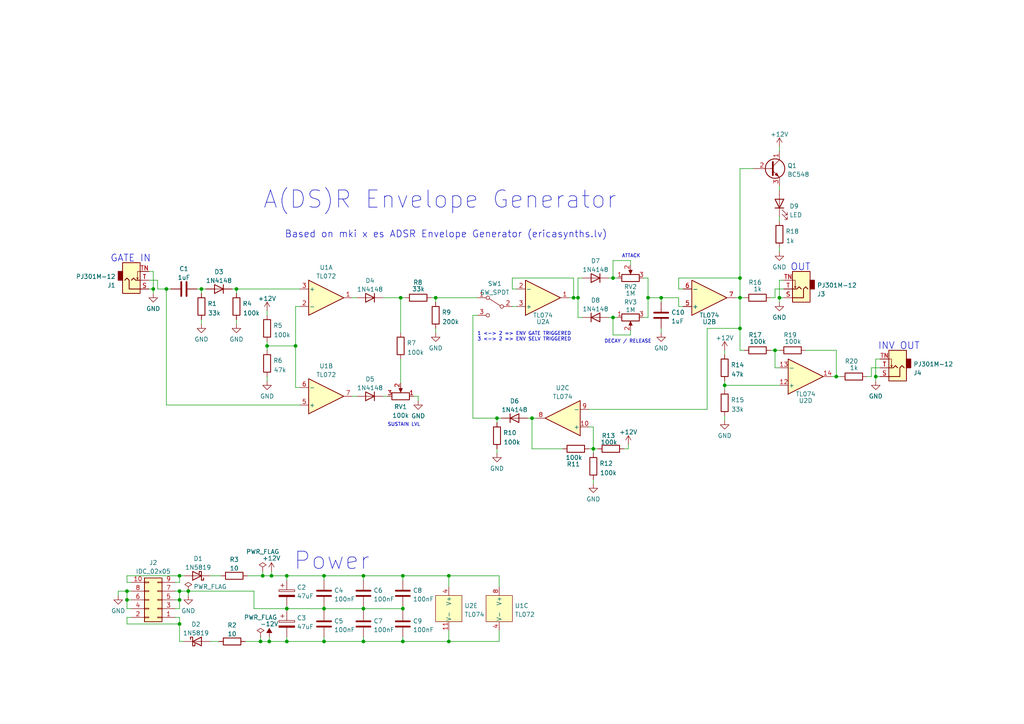
<source format=kicad_sch>
(kicad_sch (version 20211123) (generator eeschema)
  (paper "A4")
  (title_block (title "RW_EM_A(DS)R_EG_A") (date "2022-10-19") (rev "2022-10-19") (comment 1 "Licensed under CERN-OHL-S v2+"))
  (lib_symbols
    (symbol "Connector_Generic:Conn_02x05_Odd_Even" (pin_names (offset 1.016) hide)
      (property "Reference" "J" (at 1.27 7.62 0))
      (property "Value" "Conn_02x05_Odd_Even" (at 1.27 -7.62 0))
      (symbol "Conn_02x05_Odd_Even_1_1"
        (rectangle (start -1.27 -4.953) (end 0 -5.207) (stroke (width 0.1524)))
        (rectangle (start -1.27 -2.413) (end 0 -2.667) (stroke (width 0.1524)))
        (rectangle (start -1.27 0.127) (end 0 -0.127) (stroke (width 0.1524)))
        (rectangle (start -1.27 2.667) (end 0 2.413) (stroke (width 0.1524)))
        (rectangle (start -1.27 5.207) (end 0 4.953) (stroke (width 0.1524)))
        (rectangle (start -1.27 6.35) (end 3.81 -6.35) (stroke (width 0.254)) (fill (type background)))
        (rectangle (start 3.81 -4.953) (end 2.54 -5.207) (stroke (width 0.1524)))
        (rectangle (start 3.81 -2.413) (end 2.54 -2.667) (stroke (width 0.1524)))
        (rectangle (start 3.81 0.127) (end 2.54 -0.127) (stroke (width 0.1524)))
        (rectangle (start 3.81 2.667) (end 2.54 2.413) (stroke (width 0.1524)))
        (rectangle (start 3.81 5.207) (end 2.54 4.953) (stroke (width 0.1524)))
        (pin passive line (at -5.08 5.08 0) (length 3.81) (name "Pin_1") (number "1"))
        (pin passive line (at 7.62 -5.08 180) (length 3.81) (name "Pin_10") (number "10"))
        (pin passive line (at 7.62 5.08 180) (length 3.81) (name "Pin_2") (number "2"))
        (pin passive line (at -5.08 2.54 0) (length 3.81) (name "Pin_3") (number "3"))
        (pin passive line (at 7.62 2.54 180) (length 3.81) (name "Pin_4") (number "4"))
        (pin passive line (at -5.08 0 0) (length 3.81) (name "Pin_5") (number "5"))
        (pin passive line (at 7.62 0 180) (length 3.81) (name "Pin_6") (number "6"))
        (pin passive line (at -5.08 -2.54 0) (length 3.81) (name "Pin_7") (number "7"))
        (pin passive line (at 7.62 -2.54 180) (length 3.81) (name "Pin_8") (number "8"))
        (pin passive line (at -5.08 -5.08 0) (length 3.81) (name "Pin_9") (number "9"))
      )
    )
    (symbol "Device:C" (pin_numbers hide) (pin_names (offset 0.254))
      (property "Reference" "C" (at 0.635 2.54 0))
      (property "Value" "C" (at 0.635 -2.54 0))
      (symbol "C_0_1"
        (polyline (pts (xy -2.032 -0.762) (xy 2.032 -0.762)) (stroke (width 0.508)))
        (polyline (pts (xy -2.032 0.762) (xy 2.032 0.762)) (stroke (width 0.508)))
      )
      (symbol "C_1_1"
        (pin passive line (at 0 3.81 270) (length 2.794) (name "~") (number "1"))
        (pin passive line (at 0 -3.81 90) (length 2.794) (name "~") (number "2"))
      )
    )
    (symbol "Device:C_Polarized" (pin_numbers hide) (pin_names (offset 0.254))
      (property "Reference" "C" (at 0.635 2.54 0))
      (property "Value" "C_Polarized" (at 0.635 -2.54 0))
      (symbol "C_Polarized_0_1"
        (rectangle (start -2.286 0.508) (end 2.286 1.016))
        (polyline (pts (xy -1.778 2.286) (xy -0.762 2.286)))
        (polyline (pts (xy -1.27 2.794) (xy -1.27 1.778)))
        (rectangle (start 2.286 -0.508) (end -2.286 -1.016) (fill (type outline)))
      )
      (symbol "C_Polarized_1_1"
        (pin passive line (at 0 3.81 270) (length 2.794) (name "~") (number "1"))
        (pin passive line (at 0 -3.81 90) (length 2.794) (name "~") (number "2"))
      )
    )
    (symbol "Device:LED" (pin_numbers hide) (pin_names (offset 1.016) hide)
      (property "Reference" "D" (at 0 2.54 0))
      (property "Value" "LED" (at 0 -2.54 0))
      (symbol "LED_0_1"
        (polyline (pts (xy -1.27 -1.27) (xy -1.27 1.27)) (stroke (width 0.254)))
        (polyline (pts (xy -1.27 0) (xy 1.27 0)))
        (polyline (pts (xy 1.27 -1.27) (xy 1.27 1.27) (xy -1.27 0) (xy 1.27 -1.27)) (stroke (width 0.254)))
        (polyline (pts (xy -3.048 -0.762) (xy -4.572 -2.286) (xy -3.81 -2.286) (xy -4.572 -2.286) (xy -4.572 -1.524)))
        (polyline (pts (xy -1.778 -0.762) (xy -3.302 -2.286) (xy -2.54 -2.286) (xy -3.302 -2.286) (xy -3.302 -1.524)))
      )
      (symbol "LED_1_1"
        (pin passive line (at -3.81 0 0) (length 2.54) (name "K") (number "1"))
        (pin passive line (at 3.81 0 180) (length 2.54) (name "A") (number "2"))
      )
    )
    (symbol "Device:R" (pin_numbers hide) (pin_names (offset 0))
      (property "Reference" "R" (at 2.032 0 90))
      (property "Value" "R" (at 0 0 90))
      (symbol "R_0_1"
        (rectangle (start -1.016 -2.54) (end 1.016 2.54) (stroke (width 0.254)))
      )
      (symbol "R_1_1"
        (pin passive line (at 0 3.81 270) (length 1.27) (name "~") (number "1"))
        (pin passive line (at 0 -3.81 90) (length 1.27) (name "~") (number "2"))
      )
    )
    (symbol "Device:R_Potentiometer" (pin_names (offset 1.016) hide)
      (property "Reference" "RV" (at -4.445 0 90))
      (property "Value" "R_Potentiometer" (at -2.54 0 90))
      (symbol "R_Potentiometer_0_1"
        (polyline (pts (xy 2.54 0) (xy 1.524 0)))
        (polyline (pts (xy 1.143 0) (xy 2.286 0.508) (xy 2.286 -0.508) (xy 1.143 0)) (fill (type outline)))
        (rectangle (start 1.016 2.54) (end -1.016 -2.54) (stroke (width 0.254)))
      )
      (symbol "R_Potentiometer_1_1"
        (pin passive line (at 0 3.81 270) (length 1.27) (name "1") (number "1"))
        (pin passive line (at 3.81 0 180) (length 1.27) (name "2") (number "2"))
        (pin passive line (at 0 -3.81 90) (length 1.27) (name "3") (number "3"))
      )
    )
    (symbol "Diode:1N4148" (pin_numbers hide) (pin_names (offset 1.016) hide)
      (property "Reference" "D" (at 0 2.54 0))
      (property "Value" "1N4148" (at 0 -2.54 0))
      (symbol "1N4148_0_1"
        (polyline (pts (xy -1.27 1.27) (xy -1.27 -1.27)) (stroke (width 0.254)))
        (polyline (pts (xy 1.27 0) (xy -1.27 0)))
        (polyline (pts (xy 1.27 1.27) (xy 1.27 -1.27) (xy -1.27 0) (xy 1.27 1.27)) (stroke (width 0.254)))
      )
      (symbol "1N4148_1_1"
        (pin passive line (at -3.81 0 0) (length 2.54) (name "K") (number "1"))
        (pin passive line (at 3.81 0 180) (length 2.54) (name "A") (number "2"))
      )
    )
    (symbol "Diode:1N5819" (pin_numbers hide) (pin_names (offset 1.016) hide)
      (property "Reference" "D" (at 0 2.54 0))
      (property "Value" "1N5819" (at 0 -2.54 0))
      (symbol "1N5819_0_1"
        (polyline (pts (xy 1.27 0) (xy -1.27 0)))
        (polyline (pts (xy 1.27 1.27) (xy 1.27 -1.27) (xy -1.27 0) (xy 1.27 1.27)) (stroke (width 0.254)))
        (polyline (pts (xy -1.905 0.635) (xy -1.905 1.27) (xy -1.27 1.27) (xy -1.27 -1.27) (xy -0.635 -1.27) (xy -0.635 -0.635)) (stroke (width 0.254)))
      )
      (symbol "1N5819_1_1"
        (pin passive line (at -3.81 0 0) (length 2.54) (name "K") (number "1"))
        (pin passive line (at 3.81 0 180) (length 2.54) (name "A") (number "2"))
      )
    )
    (symbol "RW_EurorackModular:PJ301M-12"
      (property "Reference" "J" (at 0 8.89 0))
      (property "Value" "PJ301M-12" (at 0 6.35 0))
      (symbol "PJ301M-12_0_1"
        (rectangle (start -2.54 0) (end -3.81 -2.54) (stroke (width 0.254)) (fill (type outline)))
        (polyline (pts (xy 1.778 -0.254) (xy 2.032 -0.762)))
        (polyline (pts (xy 0 0) (xy 0.635 -0.635) (xy 1.27 0) (xy 2.54 0)) (stroke (width 0.254)))
        (polyline (pts (xy 2.54 -2.54) (xy 1.778 -2.54) (xy 1.778 -0.254) (xy 1.524 -0.762)))
        (polyline (pts (xy 2.54 2.54) (xy -0.635 2.54) (xy -0.635 0) (xy -1.27 -0.635) (xy -1.905 0)) (stroke (width 0.254)))
        (rectangle (start 2.54 3.81) (end -2.54 -5.08) (stroke (width 0.254)) (fill (type background)))
      )
      (symbol "PJ301M-12_1_1"
        (pin passive line (at 5.08 2.54 180) (length 2.54) (name "~") (number "S"))
        (pin passive line (at 5.08 0 180) (length 2.54) (name "~") (number "T"))
        (pin passive line (at 5.08 -2.54 180) (length 2.54) (name "~") (number "TN"))
      )
    )
    (symbol "RW_EurorackModular:TL072" (pin_names (offset 0.127))
      (property "Reference" "U" (at 0 5.08 0))
      (property "Value" "TL072" (at 0 -5.08 0))
      (symbol "TL072_1_1"
        (polyline (pts (xy -5.08 5.08) (xy 5.08 0) (xy -5.08 -5.08) (xy -5.08 5.08)) (stroke (width 0.254)) (fill (type background)))
        (pin output line (at 7.62 0 180) (length 2.54) (name "~") (number "1"))
        (pin input line (at -7.62 -2.54 0) (length 2.54) (name "-") (number "2"))
        (pin input line (at -7.62 2.54 0) (length 2.54) (name "+") (number "3"))
      )
      (symbol "TL072_2_1"
        (polyline (pts (xy -5.08 5.08) (xy 5.08 0) (xy -5.08 -5.08) (xy -5.08 5.08)) (stroke (width 0.254)) (fill (type background)))
        (pin input line (at -7.62 2.54 0) (length 2.54) (name "+") (number "5"))
        (pin input line (at -7.62 -2.54 0) (length 2.54) (name "-") (number "6"))
        (pin output line (at 7.62 0 180) (length 2.54) (name "~") (number "7"))
      )
      (symbol "TL072_3_1"
        (rectangle (start -6.35 3.81) (end 1.27 -3.81) (stroke (width 0.1524)) (fill (type background)))
        (pin power_in line (at -2.54 -6.35 90) (length 2.54) (name "V-") (number "4"))
        (pin power_in line (at -2.54 6.35 270) (length 2.54) (name "V+") (number "8"))
      )
    )
    (symbol "RW_EurorackModular:TL074" (pin_names (offset 0.127))
      (property "Reference" "U" (at 0 5.08 0))
      (property "Value" "TL074" (at 0 -5.08 0))
      (symbol "TL074_1_1"
        (polyline (pts (xy -5.08 5.08) (xy 5.08 0) (xy -5.08 -5.08) (xy -5.08 5.08)) (stroke (width 0.254)) (fill (type background)))
        (pin output line (at 7.62 0 180) (length 2.54) (name "~") (number "1"))
        (pin input line (at -7.62 -2.54 0) (length 2.54) (name "-") (number "2"))
        (pin input line (at -7.62 2.54 0) (length 2.54) (name "+") (number "3"))
      )
      (symbol "TL074_2_1"
        (polyline (pts (xy -5.08 5.08) (xy 5.08 0) (xy -5.08 -5.08) (xy -5.08 5.08)) (stroke (width 0.254)) (fill (type background)))
        (pin input line (at -7.62 2.54 0) (length 2.54) (name "+") (number "5"))
        (pin input line (at -7.62 -2.54 0) (length 2.54) (name "-") (number "6"))
        (pin output line (at 7.62 0 180) (length 2.54) (name "~") (number "7"))
      )
      (symbol "TL074_3_1"
        (polyline (pts (xy -5.08 5.08) (xy 5.08 0) (xy -5.08 -5.08) (xy -5.08 5.08)) (stroke (width 0.254)) (fill (type background)))
        (pin input line (at -7.62 2.54 0) (length 2.54) (name "+") (number "10"))
        (pin output line (at 7.62 0 180) (length 2.54) (name "~") (number "8"))
        (pin input line (at -7.62 -2.54 0) (length 2.54) (name "-") (number "9"))
      )
      (symbol "TL074_4_1"
        (polyline (pts (xy -5.08 5.08) (xy 5.08 0) (xy -5.08 -5.08) (xy -5.08 5.08)) (stroke (width 0.254)) (fill (type background)))
        (pin input line (at -7.62 2.54 0) (length 2.54) (name "+") (number "12"))
        (pin input line (at -7.62 -2.54 0) (length 2.54) (name "-") (number "13"))
        (pin output line (at 7.62 0 180) (length 2.54) (name "~") (number "14"))
      )
      (symbol "TL074_5_1"
        (rectangle (start -3.81 3.81) (end 3.81 -3.81) (stroke (width 0.1524)) (fill (type background)))
        (pin power_in line (at 0 -6.35 90) (length 2.54) (name "V-") (number "11"))
        (pin power_in line (at 0 6.35 270) (length 2.54) (name "V+") (number "4"))
      )
    )
    (symbol "Switch:SW_SPDT" (pin_names (offset 0) hide)
      (property "Reference" "SW" (at 0 4.318 0))
      (property "Value" "SW_SPDT" (at 0 -5.08 0))
      (symbol "SW_SPDT_0_0"
        (circle (center -2.032 0) (radius 0.508))
        (circle (center 2.032 -2.54) (radius 0.508))
      )
      (symbol "SW_SPDT_0_1"
        (polyline (pts (xy -1.524 0.254) (xy 1.651 2.286)))
        (circle (center 2.032 2.54) (radius 0.508))
      )
      (symbol "SW_SPDT_1_1"
        (pin passive line (at 5.08 2.54 180) (length 2.54) (name "A") (number "1"))
        (pin passive line (at -5.08 0 0) (length 2.54) (name "B") (number "2"))
        (pin passive line (at 5.08 -2.54 180) (length 2.54) (name "C") (number "3"))
      )
    )
    (symbol "Transistor_BJT:BC548" (pin_names (offset 0) hide)
      (property "Reference" "Q" (at 5.08 1.905 0))
      (property "Value" "BC548" (at 5.08 0 0))
      (symbol "BC548_0_1"
        (polyline (pts (xy 0 0) (xy 0.635 0)))
        (polyline (pts (xy 0.635 0.635) (xy 2.54 2.54)))
        (polyline (pts (xy 0.635 -0.635) (xy 2.54 -2.54) (xy 2.54 -2.54)))
        (polyline (pts (xy 0.635 1.905) (xy 0.635 -1.905) (xy 0.635 -1.905)) (stroke (width 0.508)))
        (polyline (pts (xy 1.27 -1.778) (xy 1.778 -1.27) (xy 2.286 -2.286) (xy 1.27 -1.778) (xy 1.27 -1.778)) (fill (type outline)))
        (circle (center 1.27 0) (radius 2.8194) (stroke (width 0.254)))
      )
      (symbol "BC548_1_1"
        (pin passive line (at 2.54 5.08 270) (length 2.54) (name "C") (number "1"))
        (pin input line (at -5.08 0 0) (length 5.08) (name "B") (number "2"))
        (pin passive line (at 2.54 -5.08 90) (length 2.54) (name "E") (number "3"))
      )
    )
    (symbol "power:+12V" (power) (pin_names (offset 0))
      (property "Value" "+12V" (at 0 3.556 0))
      (symbol "+12V_0_1"
        (polyline (pts (xy -0.762 1.27) (xy 0 2.54)))
        (polyline (pts (xy 0 0) (xy 0 2.54)))
        (polyline (pts (xy 0 2.54) (xy 0.762 1.27)))
      )
      (symbol "+12V_1_1"
        (pin power_in line (at 0 0 90) (length 0) hide (name "+12V") (number "1"))
      )
    )
    (symbol "power:-12V" (power) (pin_names (offset 0))
      (property "Value" "-12V" (at 0 3.81 0))
      (symbol "-12V_0_0"
        (pin power_in line (at 0 0 90) (length 0) hide (name "-12V") (number "1"))
      )
      (symbol "-12V_0_1"
        (polyline (pts (xy 0 0) (xy 0 1.27) (xy 0.762 1.27) (xy 0 2.54) (xy -0.762 1.27) (xy 0 1.27)) (fill (type outline)))
      )
    )
    (symbol "power:GND" (power) (pin_names (offset 0))
      (property "Value" "GND" (at 0 -3.81 0))
      (symbol "GND_0_1"
        (polyline (pts (xy 0 0) (xy 0 -1.27) (xy 1.27 -1.27) (xy 0 -2.54) (xy -1.27 -1.27) (xy 0 -1.27)))
      )
      (symbol "GND_1_1"
        (pin power_in line (at 0 0 270) (length 0) hide (name "GND") (number "1"))
      )
    )
    (symbol "power:PWR_FLAG" (power) (pin_numbers hide) (pin_names (offset 0) hide)
      (property "Value" "PWR_FLAG" (at 0 3.81 0))
      (symbol "PWR_FLAG_0_0"
        (pin power_out line (at 0 0 90) (length 0) (name "pwr") (number "1"))
      )
      (symbol "PWR_FLAG_0_1"
        (polyline (pts (xy 0 0) (xy 0 1.27) (xy -1.016 1.905) (xy 0 2.54) (xy 1.016 1.905) (xy 0 1.27)))
      )
    )
  )
  (junction (at 224.79 101.6))
  (junction (at 83.185 167.005))
  (junction (at 166.37 86.36))
  (junction (at 78.74 167.005))
  (junction (at 77.47 100.33))
  (junction (at 214.63 95.25))
  (junction (at 36.83 171.45))
  (junction (at 191.77 86.36))
  (junction (at 52.07 173.99))
  (junction (at 78.105 186.055))
  (junction (at 254 109.22))
  (junction (at 105.41 176.53))
  (junction (at 93.98 176.53))
  (junction (at 177.8 80.645))
  (junction (at 130.175 167.005))
  (junction (at 52.07 180.975))
  (junction (at 48.26 83.82))
  (junction (at 105.41 186.055))
  (junction (at 116.205 86.36))
  (junction (at 126.365 86.36))
  (junction (at 105.41 167.005))
  (junction (at 52.07 167.005))
  (junction (at 116.84 186.055))
  (junction (at 242.57 109.22))
  (junction (at 214.63 80.645))
  (junction (at 44.45 83.82))
  (junction (at 226.06 86.36))
  (junction (at 54.61 171.45))
  (junction (at 58.42 83.82))
  (junction (at 210.185 111.76))
  (junction (at 116.84 176.53))
  (junction (at 83.185 186.055))
  (junction (at 177.8 92.075))
  (junction (at 154.305 121.285))
  (junction (at 187.96 86.36))
  (junction (at 52.07 171.45))
  (junction (at 130.175 186.055))
  (junction (at 93.98 186.055))
  (junction (at 76.2 167.005))
  (junction (at 83.185 176.53))
  (junction (at 214.63 86.36))
  (junction (at 68.58 83.82))
  (junction (at 36.83 173.99))
  (junction (at 167.64 86.36))
  (junction (at 85.725 100.33))
  (junction (at 116.84 167.005))
  (junction (at 144.145 121.285))
  (junction (at 172.085 130.175))
  (junction (at 93.98 167.005))
  (junction (at 75.565 186.055))
  (wire (pts (xy 210.185 101.6) (xy 210.185 102.87)))
  (wire (pts (xy 182.245 128.905) (xy 182.245 130.175)))
  (wire (pts (xy 36.83 171.45) (xy 36.83 173.99)))
  (wire (pts (xy 226.06 86.36) (xy 227.33 86.36)))
  (wire (pts (xy 116.84 184.785) (xy 116.84 186.055)))
  (wire (pts (xy 116.84 176.53) (xy 116.84 177.165)))
  (wire (pts (xy 255.27 106.68) (xy 252.73 106.68)))
  (wire (pts (xy 52.07 186.055) (xy 53.34 186.055)))
  (wire (pts (xy 166.37 80.645) (xy 166.37 86.36)))
  (wire (pts (xy 36.83 179.07) (xy 36.83 180.975)))
  (wire (pts (xy 251.46 109.22) (xy 252.73 109.22)))
  (wire (pts (xy 34.29 171.45) (xy 34.29 172.72)))
  (wire (pts (xy 191.77 86.36) (xy 191.77 87.63)))
  (wire (pts (xy 36.83 180.975) (xy 52.07 180.975)))
  (wire (pts (xy 242.57 109.22) (xy 242.57 101.6)))
  (wire (pts (xy 224.79 101.6) (xy 226.06 101.6)))
  (wire (pts (xy 77.47 100.33) (xy 85.725 100.33)))
  (wire (pts (xy 148.59 88.9) (xy 149.86 88.9)))
  (wire (pts (xy 105.41 176.53) (xy 105.41 175.895)))
  (wire (pts (xy 48.26 83.82) (xy 49.53 83.82)))
  (wire (pts (xy 78.105 186.055) (xy 78.105 184.785)))
  (wire (pts (xy 50.8 173.99) (xy 52.07 173.99)))
  (wire (pts (xy 43.18 78.74) (xy 44.45 78.74)))
  (wire (pts (xy 52.07 173.99) (xy 52.07 176.53)))
  (wire (pts (xy 137.16 91.44) (xy 138.43 91.44)))
  (wire (pts (xy 205.105 95.25) (xy 214.63 95.25)))
  (wire (pts (xy 78.74 167.005) (xy 83.185 167.005)))
  (wire (pts (xy 38.1 168.91) (xy 36.83 168.91)))
  (wire (pts (xy 226.06 42.545) (xy 226.06 43.815)))
  (wire (pts (xy 45.72 83.82) (xy 48.26 83.82)))
  (wire (pts (xy 48.26 117.475) (xy 86.995 117.475)))
  (wire (pts (xy 167.64 86.36) (xy 167.64 80.645)))
  (wire (pts (xy 83.185 176.53) (xy 83.185 177.165)))
  (wire (pts (xy 196.85 86.36) (xy 196.85 88.9)))
  (wire (pts (xy 52.07 171.45) (xy 54.61 171.45)))
  (wire (pts (xy 60.96 167.005) (xy 64.135 167.005)))
  (wire (pts (xy 214.63 80.645) (xy 214.63 86.36)))
  (wire (pts (xy 68.58 83.82) (xy 68.58 85.09)))
  (wire (pts (xy 179.07 92.075) (xy 177.8 92.075)))
  (wire (pts (xy 214.63 95.25) (xy 214.63 101.6)))
  (wire (pts (xy 242.57 101.6) (xy 233.68 101.6)))
  (wire (pts (xy 43.18 81.28) (xy 45.72 81.28)))
  (wire (pts (xy 224.79 101.6) (xy 224.79 106.68)))
  (wire (pts (xy 93.98 175.895) (xy 93.98 176.53)))
  (wire (pts (xy 214.63 86.36) (xy 215.9 86.36)))
  (wire (pts (xy 226.06 53.975) (xy 226.06 55.245)))
  (wire (pts (xy 255.27 104.14) (xy 254 104.14)))
  (wire (pts (xy 126.365 86.36) (xy 138.43 86.36)))
  (wire (pts (xy 102.235 86.36) (xy 103.505 86.36)))
  (wire (pts (xy 144.78 186.055) (xy 144.78 182.88)))
  (wire (pts (xy 73.66 171.45) (xy 73.66 176.53)))
  (wire (pts (xy 116.205 86.36) (xy 117.475 86.36)))
  (wire (pts (xy 187.96 86.36) (xy 187.96 80.645)))
  (wire (pts (xy 210.185 111.76) (xy 210.185 113.03)))
  (wire (pts (xy 130.175 186.055) (xy 144.78 186.055)))
  (wire (pts (xy 144.78 170.18) (xy 144.78 167.005)))
  (wire (pts (xy 36.83 168.91) (xy 36.83 167.005)))
  (wire (pts (xy 223.52 101.6) (xy 224.79 101.6)))
  (wire (pts (xy 167.64 80.645) (xy 168.91 80.645)))
  (wire (pts (xy 154.305 130.175) (xy 154.305 121.285)))
  (wire (pts (xy 144.145 121.285) (xy 137.16 121.285)))
  (wire (pts (xy 52.07 180.975) (xy 52.07 179.07)))
  (wire (pts (xy 93.98 186.055) (xy 105.41 186.055)))
  (wire (pts (xy 144.145 121.285) (xy 145.415 121.285)))
  (wire (pts (xy 154.305 121.285) (xy 155.575 121.285)))
  (wire (pts (xy 58.42 83.82) (xy 58.42 85.09)))
  (wire (pts (xy 144.145 121.285) (xy 144.145 122.555)))
  (wire (pts (xy 68.58 92.71) (xy 68.58 93.98)))
  (wire (pts (xy 226.06 62.865) (xy 226.06 64.135)))
  (wire (pts (xy 137.16 121.285) (xy 137.16 91.44)))
  (wire (pts (xy 241.3 109.22) (xy 242.57 109.22)))
  (wire (pts (xy 163.195 130.175) (xy 154.305 130.175)))
  (wire (pts (xy 170.815 118.745) (xy 205.105 118.745)))
  (wire (pts (xy 227.33 81.28) (xy 226.06 81.28)))
  (wire (pts (xy 60.96 186.055) (xy 63.5 186.055)))
  (wire (pts (xy 116.205 96.52) (xy 116.205 86.36)))
  (wire (pts (xy 214.63 86.36) (xy 213.36 86.36)))
  (wire (pts (xy 78.74 167.005) (xy 78.74 165.735)))
  (wire (pts (xy 36.83 176.53) (xy 38.1 176.53)))
  (wire (pts (xy 191.77 86.36) (xy 196.85 86.36)))
  (wire (pts (xy 172.085 130.175) (xy 172.085 131.445)))
  (wire (pts (xy 226.06 71.755) (xy 226.06 73.025)))
  (wire (pts (xy 214.63 101.6) (xy 215.9 101.6)))
  (wire (pts (xy 196.85 80.645) (xy 214.63 80.645)))
  (wire (pts (xy 226.06 86.36) (xy 226.06 87.63)))
  (wire (pts (xy 105.41 186.055) (xy 116.84 186.055)))
  (wire (pts (xy 177.8 92.075) (xy 177.8 97.155)))
  (wire (pts (xy 44.45 83.82) (xy 44.45 85.09)))
  (wire (pts (xy 210.185 120.65) (xy 210.185 121.92)))
  (wire (pts (xy 83.185 168.275) (xy 83.185 167.005)))
  (wire (pts (xy 44.45 83.82) (xy 43.18 83.82)))
  (wire (pts (xy 187.96 80.645) (xy 186.69 80.645)))
  (wire (pts (xy 126.365 95.25) (xy 126.365 96.52)))
  (wire (pts (xy 48.26 117.475) (xy 48.26 83.82)))
  (wire (pts (xy 50.8 171.45) (xy 52.07 171.45)))
  (wire (pts (xy 214.63 86.36) (xy 214.63 95.25)))
  (wire (pts (xy 166.37 86.36) (xy 165.1 86.36)))
  (wire (pts (xy 242.57 109.22) (xy 243.84 109.22)))
  (wire (pts (xy 196.85 83.82) (xy 196.85 80.645)))
  (wire (pts (xy 93.98 186.055) (xy 93.98 184.785)))
  (wire (pts (xy 166.37 86.36) (xy 167.64 86.36)))
  (wire (pts (xy 85.725 100.33) (xy 85.725 112.395)))
  (wire (pts (xy 71.755 167.005) (xy 76.2 167.005)))
  (wire (pts (xy 105.41 176.53) (xy 116.84 176.53)))
  (wire (pts (xy 85.725 100.33) (xy 85.725 88.9)))
  (wire (pts (xy 58.42 92.71) (xy 58.42 93.98)))
  (wire (pts (xy 144.78 167.005) (xy 130.175 167.005)))
  (wire (pts (xy 179.07 80.645) (xy 177.8 80.645)))
  (wire (pts (xy 77.47 109.22) (xy 77.47 110.49)))
  (wire (pts (xy 78.105 186.055) (xy 83.185 186.055)))
  (wire (pts (xy 57.15 83.82) (xy 58.42 83.82)))
  (wire (pts (xy 186.69 92.075) (xy 187.96 92.075)))
  (wire (pts (xy 176.53 92.075) (xy 177.8 92.075)))
  (wire (pts (xy 176.53 80.645) (xy 177.8 80.645)))
  (wire (pts (xy 205.105 118.745) (xy 205.105 95.25)))
  (wire (pts (xy 75.565 186.055) (xy 75.565 184.785)))
  (wire (pts (xy 224.79 106.68) (xy 226.06 106.68)))
  (wire (pts (xy 77.47 90.17) (xy 77.47 91.44)))
  (wire (pts (xy 116.205 86.36) (xy 111.125 86.36)))
  (wire (pts (xy 177.8 97.155) (xy 182.88 97.155)))
  (wire (pts (xy 36.83 179.07) (xy 38.1 179.07)))
  (wire (pts (xy 214.63 48.895) (xy 218.44 48.895)))
  (wire (pts (xy 116.84 176.53) (xy 116.84 175.895)))
  (wire (pts (xy 252.73 106.68) (xy 252.73 109.22)))
  (wire (pts (xy 52.07 168.91) (xy 50.8 168.91)))
  (wire (pts (xy 77.47 100.33) (xy 77.47 101.6)))
  (wire (pts (xy 85.725 88.9) (xy 86.995 88.9)))
  (wire (pts (xy 77.47 99.06) (xy 77.47 100.33)))
  (wire (pts (xy 254 109.22) (xy 254 110.49)))
  (wire (pts (xy 210.185 110.49) (xy 210.185 111.76)))
  (wire (pts (xy 83.185 167.005) (xy 93.98 167.005)))
  (wire (pts (xy 54.61 171.45) (xy 54.61 172.72)))
  (wire (pts (xy 52.07 179.07) (xy 50.8 179.07)))
  (wire (pts (xy 93.98 176.53) (xy 93.98 177.165)))
  (wire (pts (xy 120.015 114.935) (xy 121.285 114.935)))
  (wire (pts (xy 83.185 186.055) (xy 93.98 186.055)))
  (wire (pts (xy 93.98 167.005) (xy 105.41 167.005)))
  (wire (pts (xy 126.365 86.36) (xy 126.365 87.63)))
  (wire (pts (xy 116.84 186.055) (xy 130.175 186.055)))
  (wire (pts (xy 111.125 114.935) (xy 112.395 114.935)))
  (wire (pts (xy 73.66 176.53) (xy 83.185 176.53)))
  (wire (pts (xy 105.41 176.53) (xy 105.41 177.165)))
  (wire (pts (xy 45.72 81.28) (xy 45.72 83.82)))
  (wire (pts (xy 172.085 130.175) (xy 170.815 130.175)))
  (wire (pts (xy 105.41 167.005) (xy 105.41 168.275)))
  (wire (pts (xy 182.88 75.565) (xy 182.88 76.835)))
  (wire (pts (xy 226.06 81.28) (xy 226.06 86.36)))
  (wire (pts (xy 172.085 139.065) (xy 172.085 140.335)))
  (wire (pts (xy 130.175 182.88) (xy 130.175 186.055)))
  (wire (pts (xy 93.98 176.53) (xy 105.41 176.53)))
  (wire (pts (xy 149.86 83.82) (xy 148.59 83.82)))
  (wire (pts (xy 254 109.22) (xy 255.27 109.22)))
  (wire (pts (xy 44.45 78.74) (xy 44.45 83.82)))
  (wire (pts (xy 198.12 83.82) (xy 196.85 83.82)))
  (wire (pts (xy 36.83 171.45) (xy 34.29 171.45)))
  (wire (pts (xy 76.2 167.005) (xy 78.74 167.005)))
  (wire (pts (xy 52.07 171.45) (xy 52.07 173.99)))
  (wire (pts (xy 130.175 167.005) (xy 116.84 167.005)))
  (wire (pts (xy 227.33 83.82) (xy 224.79 83.82)))
  (wire (pts (xy 36.83 173.99) (xy 38.1 173.99)))
  (wire (pts (xy 52.07 167.005) (xy 52.07 168.91)))
  (wire (pts (xy 125.095 86.36) (xy 126.365 86.36)))
  (wire (pts (xy 121.285 114.935) (xy 121.285 116.205)))
  (wire (pts (xy 170.815 123.825) (xy 172.085 123.825)))
  (wire (pts (xy 116.84 168.275) (xy 116.84 167.005)))
  (wire (pts (xy 36.83 173.99) (xy 36.83 176.53)))
  (wire (pts (xy 105.41 167.005) (xy 116.84 167.005)))
  (wire (pts (xy 167.64 92.075) (xy 168.91 92.075)))
  (wire (pts (xy 83.185 184.785) (xy 83.185 186.055)))
  (wire (pts (xy 182.245 130.175) (xy 180.975 130.175)))
  (wire (pts (xy 148.59 83.82) (xy 148.59 80.645)))
  (wire (pts (xy 182.88 97.155) (xy 182.88 95.885)))
  (wire (pts (xy 52.07 176.53) (xy 50.8 176.53)))
  (wire (pts (xy 172.085 130.175) (xy 173.355 130.175)))
  (wire (pts (xy 52.07 167.005) (xy 53.34 167.005)))
  (wire (pts (xy 187.96 92.075) (xy 187.96 86.36)))
  (wire (pts (xy 191.77 95.25) (xy 191.77 96.52)))
  (wire (pts (xy 71.12 186.055) (xy 75.565 186.055)))
  (wire (pts (xy 167.64 86.36) (xy 167.64 92.075)))
  (wire (pts (xy 76.2 167.005) (xy 76.2 165.735)))
  (wire (pts (xy 223.52 86.36) (xy 224.79 86.36)))
  (wire (pts (xy 36.83 167.005) (xy 52.07 167.005)))
  (wire (pts (xy 85.725 112.395) (xy 86.995 112.395)))
  (wire (pts (xy 144.145 130.175) (xy 144.145 131.445)))
  (wire (pts (xy 130.175 167.005) (xy 130.175 170.18)))
  (wire (pts (xy 177.8 75.565) (xy 182.88 75.565)))
  (wire (pts (xy 116.205 104.14) (xy 116.205 111.125)))
  (wire (pts (xy 93.98 168.275) (xy 93.98 167.005)))
  (wire (pts (xy 67.31 83.82) (xy 68.58 83.82)))
  (wire (pts (xy 105.41 184.785) (xy 105.41 186.055)))
  (wire (pts (xy 196.85 88.9) (xy 198.12 88.9)))
  (wire (pts (xy 83.185 176.53) (xy 93.98 176.53)))
  (wire (pts (xy 83.185 175.895) (xy 83.185 176.53)))
  (wire (pts (xy 254 104.14) (xy 254 109.22)))
  (wire (pts (xy 172.085 123.825) (xy 172.085 130.175)))
  (wire (pts (xy 75.565 186.055) (xy 78.105 186.055)))
  (wire (pts (xy 177.8 80.645) (xy 177.8 75.565)))
  (wire (pts (xy 187.96 86.36) (xy 191.77 86.36)))
  (wire (pts (xy 54.61 171.45) (xy 73.66 171.45)))
  (wire (pts (xy 224.79 83.82) (xy 224.79 86.36)))
  (wire (pts (xy 153.035 121.285) (xy 154.305 121.285)))
  (wire (pts (xy 210.185 111.76) (xy 226.06 111.76)))
  (wire (pts (xy 68.58 83.82) (xy 86.995 83.82)))
  (wire (pts (xy 52.07 180.975) (xy 52.07 186.055)))
  (wire (pts (xy 58.42 83.82) (xy 59.69 83.82)))
  (wire (pts (xy 214.63 80.645) (xy 214.63 48.895)))
  (wire (pts (xy 148.59 80.645) (xy 166.37 80.645)))
  (wire (pts (xy 38.1 171.45) (xy 36.83 171.45)))
  (wire (pts (xy 102.235 114.935) (xy 103.505 114.935)))
  (text "INV OUT" (at 254.635 101.6 0) (effects (font (size 2 2)) (justify left bottom)))
  (text "SUSTAIN LVL" (at 112.395 123.825 0) (effects (font (size 1 1)) (justify left bottom)))
  (text "1 <-> 2 => ENV GATE TRIGGERED\n3 <-> 2 => ENV SELV TRIGGERED" (at 138.43 99.06 0) (effects (font (size 1 1)) (justify left bottom)))
  (text "OUT" (at 229.235 78.74 0) (effects (font (size 2 2)) (justify left bottom)))
  (text "A(DS)R Envelope Generator" (at 76.2 60.96 0) (effects (font (size 5 5)) (justify left bottom)))
  (text "DECAY / RELEASE" (at 175.26 99.695 0) (effects (font (size 1 1)) (justify left bottom)))
  (text "ATTACK" (at 180.34 74.93 0) (effects (font (size 1 1)) (justify left bottom)))
  (text "GATE IN" (at 43.815 76.2 180) (effects (font (size 2 2)) (justify right bottom)))
  (text "Based on mki x es ADSR Envelope Generator (ericasynths.lv)" (at 82.55 69.215 0) (effects (font (size 2 2)) (justify left bottom)))
  (text "Power" (at 85.09 165.735 0) (effects (font (size 5 5)) (justify left bottom)))
  (symbol (lib_id "Device:R") (at 77.47 105.41 0) (unit 1)
    (property "Reference" "R6" (at 79.248 104.5753 0) (effects (justify left)))
    (property "Value" "47k" (at 79.375 107.315 0) (effects (justify left)))
    (property "Footprint" "Resistor_THT:R_Axial_DIN0207_L6.3mm_D2.5mm_P2.54mm_Vertical" (effects hide))
  )
  (symbol (lib_id "Device:R") (at 226.06 67.945 0) (unit 1)
    (property "Reference" "R18" (at 227.838 67.1103 0) (effects (justify left)))
    (property "Value" "1k" (at 227.965 69.85 0) (effects (justify left)))
    (property "Footprint" "Resistor_THT:R_Axial_DIN0207_L6.3mm_D2.5mm_P10.16mm_Horizontal" (effects hide))
  )
  (symbol (lib_id "Device:R") (at 67.945 167.005 90) (unit 1)
    (property "Reference" "R3" (at 67.945 162.2892 90))
    (property "Value" "10" (at 67.945 164.8261 90))
    (property "Footprint" "Resistor_THT:R_Axial_DIN0207_L6.3mm_D2.5mm_P10.16mm_Horizontal" (effects hide))
  )
  (symbol (lib_id "power:GND") (at 226.06 73.025 0) (unit 1)
    (property "Reference" "#PWR019" (effects hide))
    (property "Value" "GND" (at 226.06 77.4684 0))
  )
  (symbol (lib_id "power:GND") (at 226.06 87.63 0) (mirror y) (unit 1)
    (property "Reference" "#PWR020" (effects hide))
    (property "Value" "GND" (at 226.06 92.0734 0))
  )
  (symbol (lib_id "Device:R_Potentiometer") (at 116.205 114.935 270) (mirror x) (unit 1)
    (property "Reference" "RV1" (at 116.205 117.9814 90))
    (property "Value" "100k" (at 116.205 120.5183 90))
    (property "Footprint" "RW_EurorackModular:Potentiometer_R0904N_SongHuei" (effects hide))
  )
  (symbol (lib_id "RW_EurorackModular:TL072") (at 94.615 114.935 0) (mirror x) (unit 2)
    (property "Reference" "U1" (at 94.615 106.1552 0))
    (property "Value" "TL072" (at 94.615 108.6921 0))
    (property "Footprint" "Package_DIP:DIP-8_W7.62mm" (effects hide))
  )
  (symbol (lib_id "RW_EurorackModular:TL072") (at 147.32 176.53 0) (unit 3)
    (property "Reference" "U1" (at 149.3012 175.6953 0) (effects (justify left)))
    (property "Value" "TL072" (at 149.3012 178.2322 0) (effects (justify left)))
    (property "Footprint" "Package_DIP:DIP-8_W7.62mm" (effects hide))
  )
  (symbol (lib_id "power:-12V") (at 78.105 184.785 0) (unit 1)
    (property "Reference" "#PWR08" (effects hide))
    (property "Value" "-12V" (at 78.105 180.975 0))
  )
  (symbol (lib_id "Device:R") (at 247.65 109.22 90) (unit 1)
    (property "Reference" "R20" (at 248.92 104.775 90) (effects (justify left)))
    (property "Value" "1k" (at 248.92 106.68 90) (effects (justify left)))
    (property "Footprint" "Resistor_THT:R_Axial_DIN0207_L6.3mm_D2.5mm_P10.16mm_Horizontal" (effects hide))
  )
  (symbol (lib_id "Device:C") (at 105.41 172.085 0) (unit 1)
    (property "Reference" "C6" (at 108.331 171.2503 0) (effects (justify left)))
    (property "Value" "100nF" (at 108.331 173.7872 0) (effects (justify left)))
    (property "Footprint" "Capacitor_THT:C_Disc_D5.0mm_W2.5mm_P5.00mm" (effects hide))
  )
  (symbol (lib_id "power:+12V") (at 226.06 42.545 0) (unit 1)
    (property "Reference" "#PWR018" (effects hide))
    (property "Value" "+12V" (at 226.06 38.9692 0))
  )
  (symbol (lib_id "RW_EurorackModular:PJ301M-12") (at 232.41 83.82 180) (unit 1)
    (property "Reference" "J3" (at 236.982 85.2897 0) (effects (justify right)))
    (property "Value" "PJ301M-12" (at 236.982 82.7528 0) (effects (justify right)))
    (property "Footprint" "RW_EurorackModular:PJ301M-12" (effects hide))
  )
  (symbol (lib_id "power:GND") (at 144.145 131.445 0) (unit 1)
    (property "Reference" "#PWR012" (effects hide))
    (property "Value" "GND" (at 144.145 135.8884 0))
  )
  (symbol (lib_id "power:GND") (at 210.185 121.92 0) (unit 1)
    (property "Reference" "#PWR017" (effects hide))
    (property "Value" "GND" (at 210.185 126.3634 0))
  )
  (symbol (lib_id "Device:R") (at 67.31 186.055 90) (unit 1)
    (property "Reference" "R2" (at 67.31 181.3392 90))
    (property "Value" "10" (at 67.31 183.8761 90))
    (property "Footprint" "Resistor_THT:R_Axial_DIN0207_L6.3mm_D2.5mm_P10.16mm_Horizontal" (effects hide))
  )
  (symbol (lib_id "Device:R") (at 121.285 86.36 90) (unit 1)
    (property "Reference" "R8" (at 122.555 81.915 90) (effects (justify left)))
    (property "Value" "33k" (at 123.19 83.82 90) (effects (justify left)))
    (property "Footprint" "Resistor_THT:R_Axial_DIN0207_L6.3mm_D2.5mm_P2.54mm_Vertical" (effects hide))
  )
  (symbol (lib_id "Device:C") (at 191.77 91.44 180) (unit 1)
    (property "Reference" "C10" (at 194.691 90.6053 0) (effects (justify right)))
    (property "Value" "1uF" (at 194.691 93.1422 0) (effects (justify right)))
    (property "Footprint" "Capacitor_THT:C_Rect_L7.2mm_W3.5mm_P5.00mm_FKS2_FKP2_MKS2_MKP2" (effects hide))
  )
  (symbol (lib_id "Device:R") (at 58.42 88.9 0) (unit 1)
    (property "Reference" "R1" (at 60.198 88.0653 0) (effects (justify left)))
    (property "Value" "33k" (at 60.325 90.805 0) (effects (justify left)))
    (property "Footprint" "Resistor_THT:R_Axial_DIN0207_L6.3mm_D2.5mm_P2.54mm_Vertical" (effects hide))
  )
  (symbol (lib_id "RW_EurorackModular:TL074") (at 163.195 121.285 180) (unit 3)
    (property "Reference" "U2" (at 163.195 112.5052 0))
    (property "Value" "TL074" (at 163.195 115.0421 0))
    (property "Footprint" "Package_DIP:DIP-14_W7.62mm" (effects hide))
  )
  (symbol (lib_id "Diode:1N4148") (at 172.72 80.645 180) (unit 1)
    (property "Reference" "D7" (at 172.72 75.6752 0))
    (property "Value" "1N4148" (at 172.72 78.2121 0))
    (property "Footprint" "Diode_THT:D_DO-35_SOD27_P7.62mm_Horizontal" (effects hide))
    (property "Datasheet" "https://assets.nexperia.com/documents/data-sheet/1N4148_1N4448.pdf" (effects hide))
  )
  (symbol (lib_id "power:GND") (at 77.47 110.49 0) (unit 1)
    (property "Reference" "#PWR07" (effects hide))
    (property "Value" "GND" (at 77.47 114.9334 0))
  )
  (symbol (lib_id "power:+12V") (at 78.74 165.735 0) (unit 1)
    (property "Reference" "#PWR09" (effects hide))
    (property "Value" "+12V" (at 78.74 161.925 0))
  )
  (symbol (lib_id "Device:C_Polarized") (at 83.185 172.085 0) (unit 1)
    (property "Reference" "C2" (at 86.106 170.3613 0) (effects (justify left)))
    (property "Value" "47uF" (at 86.106 172.8982 0) (effects (justify left)))
    (property "Footprint" "Capacitor_THT:CP_Radial_D5.0mm_P2.00mm" (effects hide))
  )
  (symbol (lib_id "Device:C_Polarized") (at 83.185 180.975 0) (unit 1)
    (property "Reference" "C3" (at 86.106 179.2513 0) (effects (justify left)))
    (property "Value" "47uF" (at 86.106 181.7882 0) (effects (justify left)))
    (property "Footprint" "Capacitor_THT:CP_Radial_D5.0mm_P2.00mm" (effects hide))
  )
  (symbol (lib_id "power:GND") (at 126.365 96.52 0) (unit 1)
    (property "Reference" "#PWR011" (effects hide))
    (property "Value" "GND" (at 126.365 100.9634 0))
  )
  (symbol (lib_id "Device:C") (at 93.98 180.975 0) (unit 1)
    (property "Reference" "C5" (at 96.901 180.1403 0) (effects (justify left)))
    (property "Value" "100nF" (at 96.901 182.6772 0) (effects (justify left)))
    (property "Footprint" "Capacitor_THT:C_Disc_D5.0mm_W2.5mm_P5.00mm" (effects hide))
  )
  (symbol (lib_id "power:+12V") (at 182.245 128.905 0) (unit 1)
    (property "Reference" "#PWR014" (effects hide))
    (property "Value" "+12V" (at 182.245 125.3292 0))
  )
  (symbol (lib_id "Device:R") (at 229.87 101.6 90) (unit 1)
    (property "Reference" "R19" (at 231.14 97.155 90) (effects (justify left)))
    (property "Value" "100k" (at 232.41 99.06 90) (effects (justify left)))
    (property "Footprint" "Resistor_THT:R_Axial_DIN0207_L6.3mm_D2.5mm_P2.54mm_Vertical" (effects hide))
  )
  (symbol (lib_id "Device:R") (at 219.71 86.36 90) (unit 1)
    (property "Reference" "R16" (at 220.98 81.915 90) (effects (justify left)))
    (property "Value" "1k" (at 220.98 83.82 90) (effects (justify left)))
    (property "Footprint" "Resistor_THT:R_Axial_DIN0207_L6.3mm_D2.5mm_P10.16mm_Horizontal" (effects hide))
  )
  (symbol (lib_id "Diode:1N5819") (at 57.15 186.055 0) (unit 1)
    (property "Reference" "D2" (at 56.8325 181.0852 0))
    (property "Value" "1N5819" (at 56.8325 183.6221 0))
    (property "Footprint" "Diode_THT:D_DO-41_SOD81_P10.16mm_Horizontal" (effects hide))
    (property "Datasheet" "http://www.vishay.com/docs/88525/1n5817.pdf" (effects hide))
  )
  (symbol (lib_id "Device:R") (at 167.005 130.175 90) (unit 1)
    (property "Reference" "R11" (at 168.275 134.62 90) (effects (justify left)))
    (property "Value" "100k" (at 168.91 132.715 90) (effects (justify left)))
    (property "Footprint" "Resistor_THT:R_Axial_DIN0207_L6.3mm_D2.5mm_P2.54mm_Vertical" (effects hide))
  )
  (symbol (lib_id "power:PWR_FLAG") (at 76.2 165.735 0) (unit 1)
    (property "Reference" "#FLG03" (effects hide))
    (property "Value" "PWR_FLAG" (at 76.2 160.02 0))
  )
  (symbol (lib_id "power:GND") (at 68.58 93.98 0) (unit 1)
    (property "Reference" "#PWR05" (effects hide))
    (property "Value" "GND" (at 68.58 98.4234 0))
  )
  (symbol (lib_id "Diode:1N4148") (at 107.315 86.36 180) (unit 1)
    (property "Reference" "D4" (at 107.315 81.3902 0))
    (property "Value" "1N4148" (at 107.315 83.9271 0))
    (property "Footprint" "Diode_THT:D_DO-35_SOD27_P7.62mm_Horizontal" (effects hide))
    (property "Datasheet" "https://assets.nexperia.com/documents/data-sheet/1N4148_1N4448.pdf" (effects hide))
  )
  (symbol (lib_id "Switch:SW_SPDT") (at 143.51 88.9 0) (mirror y) (unit 1)
    (property "Reference" "SW1" (at 143.51 82.2792 0))
    (property "Value" "SW_SPDT" (at 143.51 84.8161 0))
    (property "Footprint" "RW_EurorackModular:Toggle_Switch_PINS_SPDT" (effects hide))
  )
  (symbol (lib_id "power:GND") (at 54.61 172.72 0) (unit 1)
    (property "Reference" "#PWR03" (effects hide))
    (property "Value" "GND" (at 54.61 177.1634 0))
  )
  (symbol (lib_id "Device:R") (at 144.145 126.365 0) (unit 1)
    (property "Reference" "R10" (at 145.923 125.5303 0) (effects (justify left)))
    (property "Value" "100k" (at 146.05 128.27 0) (effects (justify left)))
    (property "Footprint" "Resistor_THT:R_Axial_DIN0207_L6.3mm_D2.5mm_P2.54mm_Vertical" (effects hide))
  )
  (symbol (lib_id "power:GND") (at 254 110.49 0) (mirror y) (unit 1)
    (property "Reference" "#PWR021" (effects hide))
    (property "Value" "GND" (at 254 114.9334 0))
  )
  (symbol (lib_id "Device:R") (at 68.58 88.9 0) (unit 1)
    (property "Reference" "R4" (at 70.358 88.0653 0) (effects (justify left)))
    (property "Value" "100k" (at 70.485 90.805 0) (effects (justify left)))
    (property "Footprint" "Resistor_THT:R_Axial_DIN0207_L6.3mm_D2.5mm_P2.54mm_Vertical" (effects hide))
  )
  (symbol (lib_id "power:GND") (at 191.77 96.52 0) (unit 1)
    (property "Reference" "#PWR015" (effects hide))
    (property "Value" "GND" (at 191.77 100.9634 0))
  )
  (symbol (lib_id "Device:LED") (at 226.06 59.055 90) (unit 1)
    (property "Reference" "D9" (at 228.981 59.8078 90) (effects (justify right)))
    (property "Value" "LED" (at 228.981 62.3447 90) (effects (justify right)))
    (property "Footprint" "LED_THT:LED_D5.0mm" (effects hide))
  )
  (symbol (lib_id "power:+12V") (at 77.47 90.17 0) (unit 1)
    (property "Reference" "#PWR06" (effects hide))
    (property "Value" "+12V" (at 77.47 86.5942 0))
  )
  (symbol (lib_id "power:+12V") (at 210.185 101.6 0) (unit 1)
    (property "Reference" "#PWR016" (effects hide))
    (property "Value" "+12V" (at 210.185 98.0242 0))
  )
  (symbol (lib_id "Device:R") (at 177.165 130.175 90) (unit 1)
    (property "Reference" "R13" (at 178.435 126.365 90) (effects (justify left)))
    (property "Value" "100k" (at 179.07 128.27 90) (effects (justify left)))
    (property "Footprint" "Resistor_THT:R_Axial_DIN0207_L6.3mm_D2.5mm_P2.54mm_Vertical" (effects hide))
  )
  (symbol (lib_id "Diode:1N5819") (at 57.15 167.005 180) (unit 1)
    (property "Reference" "D1" (at 57.4675 162.0352 0))
    (property "Value" "1N5819" (at 57.4675 164.5721 0))
    (property "Footprint" "Diode_THT:D_DO-41_SOD81_P10.16mm_Horizontal" (effects hide))
    (property "Datasheet" "http://www.vishay.com/docs/88525/1n5817.pdf" (effects hide))
  )
  (symbol (lib_id "Device:C") (at 116.84 172.085 0) (unit 1)
    (property "Reference" "C8" (at 119.761 171.2503 0) (effects (justify left)))
    (property "Value" "100nF" (at 119.761 173.7872 0) (effects (justify left)))
    (property "Footprint" "Capacitor_THT:C_Disc_D5.0mm_W2.5mm_P5.00mm" (effects hide))
  )
  (symbol (lib_id "power:GND") (at 121.285 116.205 0) (unit 1)
    (property "Reference" "#PWR010" (effects hide))
    (property "Value" "GND" (at 121.285 120.6484 0))
  )
  (symbol (lib_id "Device:R_Potentiometer") (at 182.88 80.645 90) (unit 1)
    (property "Reference" "RV2" (at 182.88 83.185 90))
    (property "Value" "1M" (at 182.88 85.09 90))
    (property "Footprint" "RW_EurorackModular:Potentiometer_R0904N_SongHuei" (effects hide))
  )
  (symbol (lib_id "Diode:1N4148") (at 149.225 121.285 0) (unit 1)
    (property "Reference" "D6" (at 149.225 116.3152 0))
    (property "Value" "1N4148" (at 149.225 118.8521 0))
    (property "Footprint" "Diode_THT:D_DO-35_SOD27_P7.62mm_Horizontal" (effects hide))
    (property "Datasheet" "https://assets.nexperia.com/documents/data-sheet/1N4148_1N4448.pdf" (effects hide))
  )
  (symbol (lib_id "Device:R_Potentiometer") (at 182.88 92.075 90) (mirror x) (unit 1)
    (property "Reference" "RV3" (at 182.88 87.63 90))
    (property "Value" "1M" (at 182.88 89.8961 90))
    (property "Footprint" "RW_EurorackModular:Potentiometer_R0904N_SongHuei" (effects hide))
  )
  (symbol (lib_id "RW_EurorackModular:TL074") (at 157.48 86.36 0) (mirror x) (unit 1)
    (property "Reference" "U2" (at 157.48 93.345 0))
    (property "Value" "TL074" (at 157.48 91.44 0))
    (property "Footprint" "Package_DIP:DIP-14_W7.62mm" (effects hide))
  )
  (symbol (lib_id "Device:R") (at 172.085 135.255 0) (unit 1)
    (property "Reference" "R12" (at 173.863 134.4203 0) (effects (justify left)))
    (property "Value" "100k" (at 173.99 137.16 0) (effects (justify left)))
    (property "Footprint" "Resistor_THT:R_Axial_DIN0207_L6.3mm_D2.5mm_P2.54mm_Vertical" (effects hide))
  )
  (symbol (lib_id "RW_EurorackModular:TL074") (at 205.74 86.36 0) (mirror x) (unit 2)
    (property "Reference" "U2" (at 205.74 93.345 0))
    (property "Value" "TL074" (at 205.74 91.44 0))
    (property "Footprint" "Package_DIP:DIP-14_W7.62mm" (effects hide))
  )
  (symbol (lib_id "Device:R") (at 210.185 116.84 0) (unit 1)
    (property "Reference" "R15" (at 211.963 116.0053 0) (effects (justify left)))
    (property "Value" "33k" (at 212.09 118.745 0) (effects (justify left)))
    (property "Footprint" "Resistor_THT:R_Axial_DIN0207_L6.3mm_D2.5mm_P2.54mm_Vertical" (effects hide))
  )
  (symbol (lib_id "RW_EurorackModular:TL074") (at 233.68 109.22 0) (mirror x) (unit 4)
    (property "Reference" "U2" (at 233.68 116.205 0))
    (property "Value" "TL074" (at 233.68 114.3 0))
    (property "Footprint" "Package_DIP:DIP-14_W7.62mm" (effects hide))
  )
  (symbol (lib_id "power:PWR_FLAG") (at 54.61 171.45 0) (unit 1)
    (property "Reference" "#FLG01" (effects hide))
    (property "Value" "PWR_FLAG" (at 60.96 170.18 0))
  )
  (symbol (lib_id "power:PWR_FLAG") (at 75.565 184.785 0) (unit 1)
    (property "Reference" "#FLG02" (effects hide))
    (property "Value" "PWR_FLAG" (at 75.565 179.07 0))
  )
  (symbol (lib_id "Device:C") (at 105.41 180.975 0) (unit 1)
    (property "Reference" "C7" (at 108.331 180.1403 0) (effects (justify left)))
    (property "Value" "100nF" (at 108.331 182.6772 0) (effects (justify left)))
    (property "Footprint" "Capacitor_THT:C_Disc_D5.0mm_W2.5mm_P5.00mm" (effects hide))
  )
  (symbol (lib_id "Diode:1N4148") (at 107.315 114.935 180) (unit 1)
    (property "Reference" "D5" (at 107.315 109.9652 0))
    (property "Value" "1N4148" (at 107.315 112.5021 0))
    (property "Footprint" "Diode_THT:D_DO-35_SOD27_P7.62mm_Horizontal" (effects hide))
    (property "Datasheet" "https://assets.nexperia.com/documents/data-sheet/1N4148_1N4448.pdf" (effects hide))
  )
  (symbol (lib_id "Connector_Generic:Conn_02x05_Odd_Even") (at 45.72 173.99 180) (unit 1)
    (property "Reference" "J2" (at 44.45 163.195 0))
    (property "Value" "IDC_02x05" (at 44.45 165.735 0))
    (property "Footprint" "Connector_IDC:IDC-Header_2x05_P2.54mm_Vertical" (effects hide))
  )
  (symbol (lib_id "Device:C") (at 53.34 83.82 90) (unit 1)
    (property "Reference" "C1" (at 53.34 77.9612 90))
    (property "Value" "1uF" (at 53.34 80.4981 90))
    (property "Footprint" "Capacitor_THT:C_Rect_L7.2mm_W3.5mm_P5.00mm_FKS2_FKP2_MKS2_MKP2" (effects hide))
  )
  (symbol (lib_id "power:GND") (at 172.085 140.335 0) (unit 1)
    (property "Reference" "#PWR013" (effects hide))
    (property "Value" "GND" (at 172.085 144.7784 0))
  )
  (symbol (lib_id "Diode:1N4148") (at 63.5 83.82 180) (unit 1)
    (property "Reference" "D3" (at 63.5 78.8502 0))
    (property "Value" "1N4148" (at 63.5 81.3871 0))
    (property "Footprint" "Diode_THT:D_DO-35_SOD27_P7.62mm_Horizontal" (effects hide))
    (property "Datasheet" "https://assets.nexperia.com/documents/data-sheet/1N4148_1N4448.pdf" (effects hide))
  )
  (symbol (lib_id "power:GND") (at 58.42 93.98 0) (unit 1)
    (property "Reference" "#PWR04" (effects hide))
    (property "Value" "GND" (at 58.42 98.4234 0))
  )
  (symbol (lib_id "Device:R") (at 126.365 91.44 0) (unit 1)
    (property "Reference" "R9" (at 128.143 90.6053 0) (effects (justify left)))
    (property "Value" "200k" (at 128.27 93.345 0) (effects (justify left)))
    (property "Footprint" "Resistor_THT:R_Axial_DIN0207_L6.3mm_D2.5mm_P2.54mm_Vertical" (effects hide))
  )
  (symbol (lib_id "Device:R") (at 77.47 95.25 0) (unit 1)
    (property "Reference" "R5" (at 79.248 94.4153 0) (effects (justify left)))
    (property "Value" "100k" (at 79.375 97.155 0) (effects (justify left)))
    (property "Footprint" "Resistor_THT:R_Axial_DIN0207_L6.3mm_D2.5mm_P2.54mm_Vertical" (effects hide))
  )
  (symbol (lib_id "RW_EurorackModular:TL074") (at 130.175 176.53 0) (unit 5)
    (property "Reference" "U2" (at 134.6962 175.6953 0) (effects (justify left)))
    (property "Value" "TL074" (at 134.6962 178.2322 0) (effects (justify left)))
    (property "Footprint" "Package_DIP:DIP-14_W7.62mm" (effects hide))
  )
  (symbol (lib_id "Device:R") (at 210.185 106.68 0) (unit 1)
    (property "Reference" "R14" (at 211.963 105.8453 0) (effects (justify left)))
    (property "Value" "47k" (at 212.09 108.585 0) (effects (justify left)))
    (property "Footprint" "Resistor_THT:R_Axial_DIN0207_L6.3mm_D2.5mm_P2.54mm_Vertical" (effects hide))
  )
  (symbol (lib_id "Device:R") (at 219.71 101.6 90) (unit 1)
    (property "Reference" "R17" (at 220.98 97.155 90) (effects (justify left)))
    (property "Value" "100k" (at 222.25 99.06 90) (effects (justify left)))
    (property "Footprint" "Resistor_THT:R_Axial_DIN0207_L6.3mm_D2.5mm_P2.54mm_Vertical" (effects hide))
  )
  (symbol (lib_id "RW_EurorackModular:PJ301M-12") (at 260.35 106.68 180) (unit 1)
    (property "Reference" "J4" (at 264.922 108.1497 0) (effects (justify right)))
    (property "Value" "PJ301M-12" (at 264.922 105.6128 0) (effects (justify right)))
    (property "Footprint" "RW_EurorackModular:PJ301M-12" (effects hide))
  )
  (symbol (lib_id "power:GND") (at 44.45 85.09 0) (unit 1)
    (property "Reference" "#PWR02" (effects hide))
    (property "Value" "GND" (at 44.45 89.5334 0))
  )
  (symbol (lib_id "Device:R") (at 116.205 100.33 0) (unit 1)
    (property "Reference" "R7" (at 117.983 99.4953 0) (effects (justify left)))
    (property "Value" "100k" (at 118.11 102.235 0) (effects (justify left)))
    (property "Footprint" "Resistor_THT:R_Axial_DIN0207_L6.3mm_D2.5mm_P2.54mm_Vertical" (effects hide))
  )
  (symbol (lib_id "RW_EurorackModular:TL072") (at 94.615 86.36 0) (unit 1)
    (property "Reference" "U1" (at 94.615 77.5802 0))
    (property "Value" "TL072" (at 94.615 80.1171 0))
    (property "Footprint" "Package_DIP:DIP-8_W7.62mm" (effects hide))
  )
  (symbol (lib_id "RW_EurorackModular:PJ301M-12") (at 38.1 81.28 0) (mirror x) (unit 1)
    (property "Reference" "J1" (at 33.528 82.7497 0) (effects (justify right)))
    (property "Value" "PJ301M-12" (at 33.528 80.2128 0) (effects (justify right)))
    (property "Footprint" "RW_EurorackModular:PJ301M-12" (effects hide))
  )
  (symbol (lib_id "Device:C") (at 116.84 180.975 0) (unit 1)
    (property "Reference" "C9" (at 119.761 180.1403 0) (effects (justify left)))
    (property "Value" "100nF" (at 119.761 182.6772 0) (effects (justify left)))
    (property "Footprint" "Capacitor_THT:C_Disc_D5.0mm_W2.5mm_P5.00mm" (effects hide))
  )
  (symbol (lib_id "Diode:1N4148") (at 172.72 92.075 0) (unit 1)
    (property "Reference" "D8" (at 172.72 87.1052 0))
    (property "Value" "1N4148" (at 172.72 89.6421 0))
    (property "Footprint" "Diode_THT:D_DO-35_SOD27_P7.62mm_Horizontal" (effects hide))
    (property "Datasheet" "https://assets.nexperia.com/documents/data-sheet/1N4148_1N4448.pdf" (effects hide))
  )
  (symbol (lib_id "Device:C") (at 93.98 172.085 0) (unit 1)
    (property "Reference" "C4" (at 96.901 171.2503 0) (effects (justify left)))
    (property "Value" "100nF" (at 96.901 173.7872 0) (effects (justify left)))
    (property "Footprint" "Capacitor_THT:C_Disc_D5.0mm_W2.5mm_P5.00mm" (effects hide))
  )
  (symbol (lib_id "power:GND") (at 34.29 172.72 0) (unit 1)
    (property "Reference" "#PWR01" (effects hide))
    (property "Value" "GND" (at 34.29 177.1634 0))
  )
  (symbol (lib_id "Transistor_BJT:BC548") (at 223.52 48.895 0) (unit 1)
    (property "Reference" "Q1" (at 228.3714 48.0603 0) (effects (justify left)))
    (property "Value" "BC548" (at 228.3714 50.5972 0) (effects (justify left)))
    (property "Footprint" "Package_TO_SOT_THT:TO-92_Inline" (effects hide))
    (property "Datasheet" "https://www.onsemi.com/pub/Collateral/BC550-D.pdf" (effects hide))
  )
)
</source>
